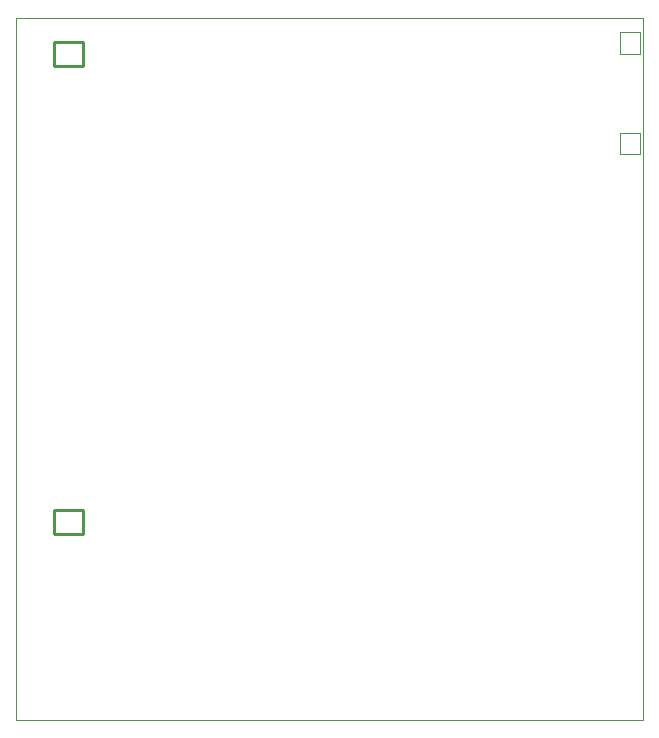
<source format=gm1>
%TF.GenerationSoftware,KiCad,Pcbnew,(5.99.0-9650-gad505e29c0)*%
%TF.CreationDate,2021-03-21T12:39:57-04:00*%
%TF.ProjectId,NTSCope,4e545343-6f70-4652-9e6b-696361645f70,rev?*%
%TF.SameCoordinates,Original*%
%TF.FileFunction,Profile,NP*%
%FSLAX46Y46*%
G04 Gerber Fmt 4.6, Leading zero omitted, Abs format (unit mm)*
G04 Created by KiCad (PCBNEW (5.99.0-9650-gad505e29c0)) date 2021-03-21 12:39:57*
%MOMM*%
%LPD*%
G01*
G04 APERTURE LIST*
%TA.AperFunction,Profile*%
%ADD10C,0.050000*%
%TD*%
%TA.AperFunction,Profile*%
%ADD11C,0.001000*%
%TD*%
%TA.AperFunction,Profile*%
%ADD12C,0.250000*%
%TD*%
G04 APERTURE END LIST*
D10*
X118872000Y-77216000D02*
X118872000Y-17780000D01*
X171958000Y-77216000D02*
X118872000Y-77216000D01*
X171958000Y-17780000D02*
X171958000Y-77216000D01*
X118872000Y-17780000D02*
X171958000Y-17780000D01*
D11*
%TO.C,J2*%
X170004000Y-20780000D02*
X171704000Y-20780000D01*
X171704000Y-29280000D02*
X171704000Y-27480000D01*
X171704000Y-20780000D02*
X171704000Y-18980000D01*
X170004000Y-29280000D02*
X171704000Y-29280000D01*
X171704000Y-27480000D02*
X170004000Y-27480000D01*
X170004000Y-27480000D02*
X170004000Y-29280000D01*
X170004000Y-18980000D02*
X170004000Y-20780000D01*
X171704000Y-18980000D02*
X170004000Y-18980000D01*
D12*
%TO.C,J3*%
X122131000Y-59439000D02*
X124529000Y-59439000D01*
X124529000Y-21841000D02*
X122131000Y-21841000D01*
X122131000Y-21841000D02*
X122131000Y-19840000D01*
X124529000Y-61440000D02*
X122131000Y-61440000D01*
X122131000Y-19840000D02*
X124529000Y-19840000D01*
X122131000Y-61440000D02*
X122131000Y-59439000D01*
X124529000Y-19840000D02*
X124529000Y-21841000D01*
X124529000Y-59439000D02*
X124529000Y-61440000D01*
%TD*%
M02*

</source>
